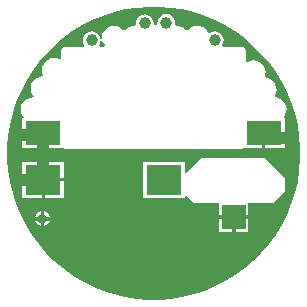
<source format=gbl>
G04 Layer_Physical_Order=2*
G04 Layer_Color=16711680*
%FSLAX25Y25*%
%MOIN*%
G70*
G01*
G75*
%ADD12C,0.03150*%
%ADD13C,0.03937*%
%ADD14C,0.00800*%
%ADD15R,0.11811X0.07874*%
%ADD16R,0.11811X0.09843*%
%ADD17R,0.07874X0.07874*%
%ADD18C,0.03937*%
%ADD19C,0.01000*%
G36*
X5841Y48419D02*
X9630Y47819D01*
X13360Y46924D01*
X17008Y45738D01*
X20553Y44270D01*
X23971Y42529D01*
X27242Y40524D01*
X30345Y38269D01*
X33262Y35778D01*
X35975Y33065D01*
X38466Y30148D01*
X40721Y27045D01*
X42726Y23774D01*
X44467Y20356D01*
X45935Y16812D01*
X47121Y13163D01*
X48016Y9433D01*
X48616Y5644D01*
X48917Y1820D01*
Y-2017D01*
X48616Y-5841D01*
X48016Y-9630D01*
X47121Y-13360D01*
X45935Y-17008D01*
X44467Y-20553D01*
X42726Y-23971D01*
X40721Y-27242D01*
X38466Y-30345D01*
X35975Y-33262D01*
X33262Y-35975D01*
X30345Y-38466D01*
X27242Y-40721D01*
X23971Y-42726D01*
X20553Y-44467D01*
X17008Y-45935D01*
X13360Y-47121D01*
X9630Y-48016D01*
X5841Y-48616D01*
X2017Y-48917D01*
X-1820D01*
X-5644Y-48616D01*
X-9433Y-48016D01*
X-13163Y-47121D01*
X-16812Y-45935D01*
X-20356Y-44467D01*
X-23774Y-42726D01*
X-27045Y-40721D01*
X-30148Y-38466D01*
X-33065Y-35975D01*
X-35778Y-33262D01*
X-38269Y-30345D01*
X-40524Y-27242D01*
X-42529Y-23971D01*
X-44270Y-20553D01*
X-45738Y-17008D01*
X-46924Y-13360D01*
X-47819Y-9630D01*
X-48419Y-5841D01*
X-48720Y-2017D01*
Y1820D01*
X-48419Y5644D01*
X-47819Y9433D01*
X-46924Y13163D01*
X-45738Y16812D01*
X-44270Y20356D01*
X-42529Y23774D01*
X-40524Y27045D01*
X-38269Y30148D01*
X-35778Y33065D01*
X-33065Y35778D01*
X-30148Y38269D01*
X-27045Y40524D01*
X-23774Y42529D01*
X-20356Y44270D01*
X-16812Y45738D01*
X-13163Y46924D01*
X-9433Y47819D01*
X-5644Y48419D01*
X-1820Y48720D01*
X2017D01*
X5841Y48419D01*
D02*
G37*
%LPC*%
G36*
X-34477Y-22366D02*
X-36508D01*
Y-24397D01*
X-36336Y-24375D01*
X-35709Y-24115D01*
X-35171Y-23702D01*
X-34759Y-23165D01*
X-34499Y-22538D01*
X-34477Y-22366D01*
D02*
G37*
G36*
X-37508Y-19335D02*
X-37680Y-19358D01*
X-38306Y-19617D01*
X-38844Y-20030D01*
X-39257Y-20568D01*
X-39516Y-21194D01*
X-39539Y-21366D01*
X-37508D01*
Y-19335D01*
D02*
G37*
G36*
X-36508D02*
Y-21366D01*
X-34477D01*
X-34499Y-21194D01*
X-34759Y-20568D01*
X-35171Y-20030D01*
X-35709Y-19617D01*
X-36336Y-19358D01*
X-36508Y-19335D01*
D02*
G37*
G36*
X26173Y-21858D02*
X21736D01*
Y-26295D01*
X26173D01*
Y-21858D01*
D02*
G37*
G36*
X31610D02*
X27173D01*
Y-26295D01*
X31610D01*
Y-21858D01*
D02*
G37*
G36*
X-37508Y-22366D02*
X-39539D01*
X-39516Y-22538D01*
X-39257Y-23165D01*
X-38844Y-23702D01*
X-38306Y-24115D01*
X-37680Y-24375D01*
X-37508Y-24397D01*
Y-22366D01*
D02*
G37*
G36*
X-37311Y-9457D02*
X-43716D01*
Y-14878D01*
X-37311D01*
Y-9457D01*
D02*
G37*
G36*
X-37409Y6095D02*
X-43815D01*
Y1657D01*
X-37409D01*
Y6095D01*
D02*
G37*
G36*
X43716D02*
X37311D01*
Y1657D01*
X43716D01*
Y6095D01*
D02*
G37*
G36*
X4232Y46301D02*
X3457Y46199D01*
X2735Y45900D01*
X2115Y45424D01*
X1639Y44804D01*
X1340Y44082D01*
X1238Y43307D01*
X1292Y42896D01*
X915Y42511D01*
X379Y42504D01*
X-1Y42885D01*
X41Y43209D01*
X-61Y43984D01*
X-360Y44706D01*
X-836Y45326D01*
X-1456Y45802D01*
X-2178Y46101D01*
X-2953Y46203D01*
X-3728Y46101D01*
X-4450Y45802D01*
X-5070Y45326D01*
X-5546Y44706D01*
X-5845Y43984D01*
X-5947Y43209D01*
X-5911Y42933D01*
X-6234Y42471D01*
X-6307Y42461D01*
X-7265Y42335D01*
X-8227Y41937D01*
X-9053Y41303D01*
X-9380Y40877D01*
X-10010D01*
X-10337Y41303D01*
X-11163Y41937D01*
X-12124Y42335D01*
X-13156Y42471D01*
X-14188Y42335D01*
X-15150Y41937D01*
X-15975Y41303D01*
X-16609Y40478D01*
X-17007Y39516D01*
X-17143Y38484D01*
X-17007Y37452D01*
X-16609Y36491D01*
X-16136Y35874D01*
X-16382Y35374D01*
X-17830D01*
X-18077Y35874D01*
X-17978Y36003D01*
X-17679Y36725D01*
X-17577Y37500D01*
X-17679Y38275D01*
X-17978Y38997D01*
X-18454Y39617D01*
X-19074Y40093D01*
X-19796Y40392D01*
X-20571Y40494D01*
X-21346Y40392D01*
X-22068Y40093D01*
X-22688Y39617D01*
X-23164Y38997D01*
X-23463Y38275D01*
X-23565Y37500D01*
X-23463Y36725D01*
X-23164Y36003D01*
X-23065Y35874D01*
X-23311Y35374D01*
X-29528D01*
X-29994Y35281D01*
X-30390Y35016D01*
X-30655Y34620D01*
X-30748Y34154D01*
Y31335D01*
X-31248Y31140D01*
X-32137Y31508D01*
X-33169Y31644D01*
X-34201Y31508D01*
X-35163Y31110D01*
X-35988Y30477D01*
X-36622Y29651D01*
X-37020Y28689D01*
X-37156Y27657D01*
X-37020Y26626D01*
X-36773Y26028D01*
X-36808Y25905D01*
X-37102Y25517D01*
X-37941Y25406D01*
X-38903Y25008D01*
X-39729Y24374D01*
X-40362Y23549D01*
X-40760Y22587D01*
X-40896Y21555D01*
X-40760Y20523D01*
X-40362Y19562D01*
X-39944Y19017D01*
X-40215Y18548D01*
X-40256Y18554D01*
X-41288Y18418D01*
X-42249Y18020D01*
X-43075Y17386D01*
X-43709Y16560D01*
X-44107Y15599D01*
X-44243Y14567D01*
X-44107Y13535D01*
X-43709Y12573D01*
X-43293Y12032D01*
X-43539Y11531D01*
X-43815D01*
Y7095D01*
X-36909D01*
Y6594D01*
X-36409D01*
Y1657D01*
X-30185D01*
X-29994Y1530D01*
X-29528Y1437D01*
X29528D01*
X29994Y1530D01*
X30185Y1657D01*
X36311D01*
Y6594D01*
X36811D01*
Y7095D01*
X43716D01*
Y11531D01*
X43638D01*
X43391Y12032D01*
X43807Y12573D01*
X44205Y13535D01*
X44341Y14567D01*
X44205Y15599D01*
X43807Y16560D01*
X43174Y17386D01*
X42348Y18020D01*
X41386Y18418D01*
X40753Y18501D01*
X40532Y19035D01*
X40559Y19070D01*
X40957Y20031D01*
X41093Y21063D01*
X40957Y22095D01*
X40559Y23056D01*
X39925Y23882D01*
X39100Y24516D01*
X38138Y24914D01*
X37415Y25009D01*
X37086Y25523D01*
X37217Y25838D01*
X37353Y26870D01*
X37217Y27902D01*
X36819Y28863D01*
X36185Y29689D01*
X35360Y30323D01*
X34398Y30721D01*
X33366Y30857D01*
X32334Y30721D01*
X31373Y30323D01*
X31196Y30187D01*
X30748Y30409D01*
Y34154D01*
X30655Y34620D01*
X30390Y35016D01*
X29994Y35281D01*
X29528Y35374D01*
X23114D01*
X22868Y35874D01*
X22967Y36003D01*
X23266Y36725D01*
X23368Y37500D01*
X23266Y38275D01*
X22967Y38997D01*
X22491Y39617D01*
X21871Y40093D01*
X21149Y40392D01*
X20374Y40494D01*
X19599Y40392D01*
X18877Y40093D01*
X18648Y39917D01*
X18165Y40047D01*
X17987Y40478D01*
X17353Y41303D01*
X16527Y41937D01*
X15566Y42335D01*
X14534Y42471D01*
X13502Y42335D01*
X12541Y41937D01*
X11715Y41303D01*
X11388Y40877D01*
X10758D01*
X10431Y41303D01*
X9605Y41937D01*
X8643Y42335D01*
X7611Y42471D01*
X7175Y42918D01*
X7226Y43307D01*
X7124Y44082D01*
X6825Y44804D01*
X6349Y45424D01*
X5729Y45900D01*
X5007Y46199D01*
X4232Y46301D01*
D02*
G37*
G36*
X36720Y-1641D02*
X16430D01*
X16201Y-1687D01*
X15972Y-1730D01*
X15968Y-1733D01*
X15963Y-1734D01*
X15769Y-1863D01*
X15574Y-1991D01*
X10812Y-6673D01*
X10350Y-6480D01*
Y-3134D01*
X-3461D01*
Y-14976D01*
X10350D01*
Y-14304D01*
X10812Y-14113D01*
X13015Y-16316D01*
X13411Y-16580D01*
X13878Y-16673D01*
X21736D01*
Y-20858D01*
X31610D01*
Y-16673D01*
X39272D01*
X39739Y-16580D01*
X40135Y-16316D01*
X43481Y-12969D01*
X43745Y-12573D01*
X43838Y-12106D01*
Y-8760D01*
X43745Y-8293D01*
X43481Y-7897D01*
X37583Y-1999D01*
X37187Y-1734D01*
X36720Y-1641D01*
D02*
G37*
G36*
X-29906Y-9457D02*
X-36311D01*
Y-14878D01*
X-29906D01*
Y-9457D01*
D02*
G37*
G36*
X-37311Y-3035D02*
X-43716D01*
Y-8457D01*
X-37311D01*
Y-3035D01*
D02*
G37*
G36*
X-29906D02*
X-36311D01*
Y-8457D01*
X-29906D01*
Y-3035D01*
D02*
G37*
%LPD*%
D12*
X-37008Y-21866D02*
D03*
X5807Y-8858D02*
D03*
D13*
X20374Y37500D02*
D03*
X-20571D02*
D03*
X-2953Y43209D02*
D03*
X4232Y43307D02*
D03*
D14*
X-34033Y-21866D02*
G03*
X-34033Y-21866I-2975J0D01*
G01*
X41500Y-19908D02*
Y-17618D01*
X39500Y-23148D02*
Y-17618D01*
X37500Y-26388D02*
Y-17618D01*
X35500Y-29628D02*
Y-17618D01*
X32010D02*
X42913D01*
X33500Y-32868D02*
Y-17618D01*
X33071Y-33563D02*
X42913Y-17618D01*
X32010Y-18000D02*
X42678D01*
X32010Y-20000D02*
X41443D01*
X32010Y-22000D02*
X40209D01*
X32010Y-26695D02*
Y-17618D01*
Y-24000D02*
X38974D01*
X32010Y-26000D02*
X37739D01*
X21336Y-26695D02*
X32010D01*
X-394Y-17618D02*
X21336D01*
X-394Y-18406D02*
Y-17618D01*
X21336Y-26695D02*
Y-17618D01*
X-394Y-20000D02*
X21336D01*
X-394Y-18000D02*
X21336D01*
X-394Y-25886D02*
Y-18406D01*
X31500Y-34632D02*
Y-26695D01*
X29500Y-35994D02*
Y-26695D01*
X-394Y-24000D02*
X21336D01*
X-394Y-22000D02*
X21336D01*
X-1280Y-25886D02*
X-394D01*
X19500Y-42801D02*
Y-17618D01*
X17500Y-44162D02*
Y-17618D01*
X15500Y-44797D02*
Y-17618D01*
X13500Y-44979D02*
Y-17618D01*
X11500Y-45161D02*
Y-17618D01*
X9500Y-45342D02*
Y-17618D01*
X7500Y-45524D02*
Y-17618D01*
X27500Y-37355D02*
Y-26695D01*
X25500Y-38717D02*
Y-26695D01*
X23500Y-40078D02*
Y-26695D01*
X21500Y-41440D02*
Y-26695D01*
X16732Y-44685D02*
X33071Y-33563D01*
X-10325Y-44000D02*
X17739D01*
X-591Y-46260D02*
X16732Y-44685D01*
X5500Y-45706D02*
Y-17618D01*
X3500Y-45888D02*
Y-17618D01*
X1500Y-46070D02*
Y-17618D01*
X-500Y-46252D02*
Y-25886D01*
X-4500Y-45352D02*
Y-25886D01*
X-12500Y-43495D02*
Y-25886D01*
X-2500Y-45817D02*
Y-25886D01*
X-6500Y-44888D02*
Y-25886D01*
X-8500Y-44424D02*
Y-25886D01*
X-1710Y-46000D02*
X2268D01*
X-14500Y-43031D02*
Y-25886D01*
X-16500Y-42567D02*
Y-25886D01*
X-10500Y-43959D02*
Y-25886D01*
X-42059Y-18000D02*
X-31102D01*
X-34500Y-20266D02*
Y-15278D01*
X-36500Y-18935D02*
Y-15278D01*
X-42973D02*
X-31102D01*
X-42731Y-16000D02*
X-31102D01*
X-34036Y-22000D02*
X-31102D01*
X-34691Y-20000D02*
X-31102D01*
X-34935Y-24000D02*
X-31102D01*
X-45419Y-8000D02*
X-44117D01*
X-46092Y-6000D02*
X-44117D01*
Y-11877D02*
Y-4035D01*
X-44500Y-10736D02*
Y-4035D01*
X-46752D02*
X-44117D01*
X-46500Y-4785D02*
Y-4035D01*
X-46752D02*
X-44117Y-11877D01*
X-38500Y-19293D02*
Y-15278D01*
X-40714Y-22000D02*
X-39980D01*
X-40042Y-24000D02*
X-39081D01*
X-40500Y-22637D02*
Y-15278D01*
X-42500Y-16686D02*
Y-15278D01*
X-44747Y-10000D02*
X-44117D01*
X-41386Y-20000D02*
X-39325D01*
X-31102Y-25886D02*
X-1280D01*
X-22500Y-41174D02*
Y-25886D01*
X-18500Y-42102D02*
Y-25886D01*
X-20500Y-41638D02*
Y-25886D01*
X-38485Y-28000D02*
X36505D01*
X-39370Y-26000D02*
X21336D01*
X-36073Y-30000D02*
X35270D01*
X-26426Y-38000D02*
X26553D01*
X-24015Y-40000D02*
X23615D01*
X-18941Y-42000D02*
X20677D01*
X-22638Y-41142D02*
X-591Y-46260D01*
X-33662Y-32000D02*
X34036D01*
X-31250Y-34000D02*
X32429D01*
X-28838Y-36000D02*
X29491D01*
X-31102Y-25886D02*
Y-24606D01*
Y-15278D01*
X-32500Y-32963D02*
Y-15278D01*
X-34500Y-31305D02*
Y-23466D01*
X-42973Y-15278D02*
X-38780Y-27756D01*
X-38500Y-27988D02*
Y-24440D01*
X-26500Y-37939D02*
Y-25886D01*
X-28500Y-36280D02*
Y-25886D01*
X-24500Y-39597D02*
Y-25886D01*
X-30500Y-34622D02*
Y-25886D01*
X-36500Y-29646D02*
Y-24797D01*
X-38780Y-27756D02*
X-22638Y-41142D01*
D15*
X-36909Y6594D02*
D03*
X36811D02*
D03*
D16*
X-36811Y-8957D02*
D03*
X3445Y-9055D02*
D03*
D17*
X26673Y-21358D02*
D03*
D18*
X36811Y4822D02*
X45877D01*
X-45798Y6029D02*
X-36909D01*
Y-8957D02*
Y6029D01*
X36811Y4822D02*
Y6594D01*
X-36909Y6029D02*
Y6594D01*
X-45091Y-9305D02*
Y-8957D01*
X-36909D01*
X-36811D02*
X-36024D01*
X-36909D02*
X-36811D01*
D19*
X26673Y-21358D02*
X31610D01*
X26673Y-26295D02*
Y-21358D01*
X21736D02*
X26673D01*
X-36811Y-14878D02*
Y-8957D01*
X-43716D02*
X-36811D01*
X-37008Y-24441D02*
Y-21866D01*
Y-19291D01*
X-39583Y-21866D02*
X-37008D01*
X-34433D01*
M02*

</source>
